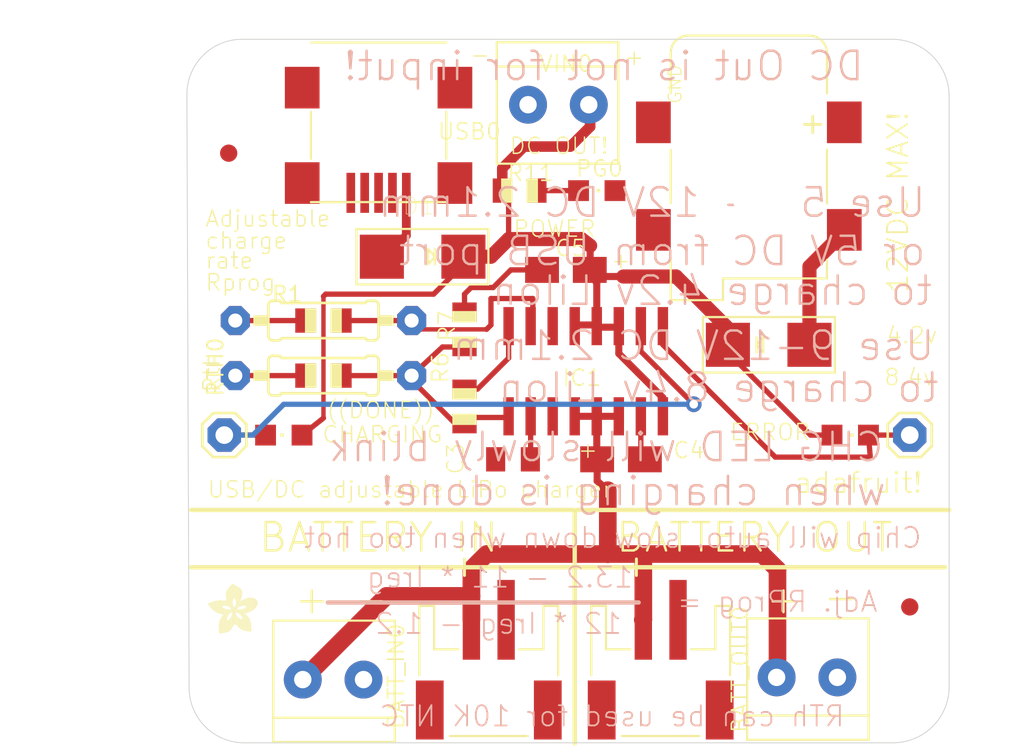
<source format=kicad_pcb>
(kicad_pcb (version 20211014) (generator pcbnew)
  (layers (0 "F.Cu" signal) (1 "In1.Cu" signal) (2 "In2.Cu" signal) (3 "In3.Cu" signal) (4 "In4.Cu" signal) (5 "In5.Cu" signal) (6 "In6.Cu" signal) (7 "In7.Cu" signal) (8 "In8.Cu" signal) (9 "In9.Cu" signal) (10 "In10.Cu" signal) (11 "In11.Cu" signal) (12 "In12.Cu" signal) (13 "In13.Cu" signal) (14 "In14.Cu" signal) (31 "B.Cu" signal) (34 "B.Paste" user) (35 "F.Paste" user) (36 "B.SilkS" user "B.Silkscreen") (37 "F.SilkS" user "F.Silkscreen") (38 "B.Mask" user) (39 "F.Mask" user) (44 "Edge.Cuts" user))
  (net 0 "")
  (net 1 "GND")
  (net 2 "N$17")
  (net 3 "VCC")
  (net 4 "BATT+")
  (net 5 "N$4")
  (net 6 "N$16")
  (net 7 "N$5")
  (net 8 "N$7")
  (net 9 "N$8")
  (net 10 "N$9")
  (net 11 "N$10")
  (net 12 "N$11")
  (footprint "boardEagle:R0805" (layer "F.Cu") (at 142.5371 105.893509 90)
    (fp_text reference "R6" (at 1.27 -1.397 90) (layer "F.SilkS") (effects (font (size 0.922528 0.922528) (thickness 0.093472)) (justify left)))
    (fp_text value "6.19K")
    (pad "1" smd rect (at -1 0 90) (size 1.1 1.4) (layers "F.Cu" "F.Paste" "F.Mask") (net 12 "N$11"))
    (pad "2" smd rect (at 1 0 90) (size 1.1 1.4) (layers "F.Cu" "F.Paste" "F.Mask") (net 11 "N$10"))
  )
  (footprint "boardEagle:0805-THM" (layer "F.Cu") (at 134.4091 104.115509)
    (fp_text reference "RTH0" (at -6.223 1.27 90) (layer "F.SilkS") (effects (font (size 0.9017 0.9017) (thickness 0.1143)) (justify left)))
    (fp_text value "10K @ 25degC")
    (fp_line (start 1 0) (end 5.1 0) (layer "F.Cu") (width 0.3048))
    (fp_line (start -4.5 0) (end -1.1 0) (layer "F.Cu") (width 0.3048))
    (fp_poly (pts (xy -1.6254 0.7) (xy -0.4254 0.7) (xy -0.4254 -0.7) (xy -1.6254 -0.7)) (layer "F.Cu") (width 0) (fill solid))
    (fp_poly (pts (xy 0.4254 0.7) (xy 1.6254 0.7) (xy 1.6254 -0.7) (xy 0.4254 -0.7)) (layer "F.Cu") (width 0) (fill solid))
    (pad "1" thru_hole roundrect (at -5.08 0) (size 1.6764 1.6764) (drill 0.8128) (layers *.Cu *.Mask) (chamfer_ratio 0.2928932188) (chamfer top_left top_right bottom_left bottom_right) (net 1 "GND"))
    (pad "2" thru_hole roundrect (at 5.08 0) (size 1.6764 1.6764) (drill 0.8128) (layers *.Cu *.Mask) (chamfer_ratio 0.2928932188) (chamfer top_left top_right bottom_left bottom_right) (net 12 "N$11"))
  )
  (footprint "boardEagle:3.5MMTERM" (layer "F.Cu") (at 134.9171 121.641509)
    (fp_text reference "IN0" hide)
    (fp_text value "1X2-3.5MM" hide)
    (pad "1" thru_hole circle (at 1.8 0) (size 2.1844 2.1844) (drill 1) (layers *.Cu *.Mask) (net 1 "GND"))
    (pad "2" thru_hole circle (at -1.7 0) (size 2.1844 2.1844) (drill 1) (layers *.Cu *.Mask) (net 4 "BATT+"))
  )
  (footprint "boardEagle:FIDUCIAL_1MM" (layer "F.Cu") (at 168.1911 117.450509 90)
    (fp_text reference "U$3" hide)
    (fp_text value "FIDUCIAL" hide)
    (pad "1" smd roundrect (at 0 0 90) (size 1 1) (layers "F.Cu") (roundrect_rratio 0.5))
  )
  (footprint "boardEagle:JSTPH2" (layer "F.Cu") (at 153.8401 121.895509 180)
    (fp_text reference "BATT_OUT0" (at -4.572 4.572 90) (layer "F.SilkS") (effects (font (size 0.922528 0.922528) (thickness 0.093472)) (justify right)))
    (fp_text value "")
    (fp_text user "-" (at -3.429 6.096 180) (layer "F.SilkS") (effects (font (size 1.251712 1.251712) (thickness 0.170688)) (justify left bottom)))
    (fp_text user "+" (at 2.286 6.096 180) (layer "F.SilkS") (effects (font (size 1.251712 1.251712) (thickness 0.170688)) (justify left bottom)))
    (pad "1" smd rect (at -1 3.7 180) (size 1 4.6) (layers "F.Cu" "F.Paste" "F.Mask") (net 1 "GND"))
    (pad "2" smd rect (at 1 3.7 180) (size 1 4.6) (layers "F.Cu" "F.Paste" "F.Mask") (net 4 "BATT+"))
    (pad "NC1" smd rect (at -3.4 -1.5 270) (size 3.4 1.6) (layers "F.Cu" "F.Paste" "F.Mask"))
    (pad "NC2" smd rect (at 3.4 -1.5 270) (size 3.4 1.6) (layers "F.Cu" "F.Paste" "F.Mask"))
  )
  (footprint "" (layer "F.Cu") (at 129.2021 122.784509)
    (fp_text reference "@HOLE0" hide)
    (fp_text value "" (at 0 0) (layer "F.SilkS") (effects (font (size 1.27 1.27))))
    (pad "" np_thru_hole circle (at 0 0) (size 2.2 2.2) (drill 2.2) (layers *.Cu *.Mask))
  )
  (footprint "boardEagle:R0805" (layer "F.Cu") (at 145.7121 93.447509)
    (fp_text reference "R11" (at -0.762 -1.016) (layer "F.SilkS") (effects (font (size 0.922528 0.922528) (thickness 0.093472)) (justify left)))
    (fp_text value "470")
    (pad "1" smd rect (at -1 0) (size 1.1 1.4) (layers "F.Cu" "F.Paste" "F.Mask") (net 3 "VCC"))
    (pad "2" smd rect (at 1 0) (size 1.1 1.4) (layers "F.Cu" "F.Paste" "F.Mask") (net 6 "N$16"))
  )
  (footprint "boardEagle:3.5MMTERM" (layer "F.Cu") (at 147.9981 88.494509 180)
    (fp_text reference "VIN0" (at 1.222 2.366) (layer "F.SilkS") (effects (font (size 0.922528 0.922528) (thickness 0.093472)) (justify left)))
    (fp_text value "1X2-3.5MM" hide)
    (pad "1" thru_hole circle (at 1.8 0 180) (size 2.1844 2.1844) (drill 1) (layers *.Cu *.Mask) (net 1 "GND"))
    (pad "2" thru_hole circle (at -1.7 0 180) (size 2.1844 2.1844) (drill 1) (layers *.Cu *.Mask) (net 3 "VCC"))
  )
  (footprint "" (layer "F.Cu") (at 167.8101 122.784509)
    (fp_text reference "@HOLE1" hide)
    (fp_text value "" (at 0 0) (layer "F.SilkS") (effects (font (size 1.27 1.27))))
    (pad "" np_thru_hole circle (at 0 0) (size 2.2 2.2) (drill 2.2) (layers *.Cu *.Mask))
  )
  (footprint "boardEagle:A_3216-18R" (layer "F.Cu") (at 148.3791 98.019509)
    (fp_text reference "C5" (at -0.68 -1.254) (layer "F.SilkS") (effects (font (size 0.922528 0.922528) (thickness 0.093472)) (justify left)))
    (fp_text value "10uF")
    (fp_text user "+" (at 2.54 0) (layer "F.SilkS") (effects (font (size 0.93472 0.93472) (thickness 0.08128)) (justify left bottom)))
    (pad "+" smd rect (at 1.375 0) (size 1.95 1.5) (layers "F.Cu" "F.Paste" "F.Mask") (net 3 "VCC"))
    (pad "-" smd rect (at -1.375 0) (size 1.95 1.5) (layers "F.Cu" "F.Paste" "F.Mask") (net 1 "GND"))
  )
  (footprint "boardEagle:3.5MMTERM" (layer "F.Cu") (at 162.2221 121.514509)
    (fp_text reference "OUT0" hide)
    (fp_text value "1X2-3.5MM" hide)
    (pad "1" thru_hole circle (at 1.8 0) (size 2.1844 2.1844) (drill 1) (layers *.Cu *.Mask) (net 1 "GND"))
    (pad "2" thru_hole circle (at -1.7 0) (size 2.1844 2.1844) (drill 1) (layers *.Cu *.Mask) (net 4 "BATT+"))
  )
  (footprint "boardEagle:R0805" (layer "F.Cu") (at 142.5371 101.448509 90)
    (fp_text reference "R7" (at -0.762 -1.016 90) (layer "F.SilkS") (effects (font (size 0.922528 0.922528) (thickness 0.093472)) (justify left)))
    (fp_text value "7.3k")
    (pad "1" smd rect (at -1 0 90) (size 1.1 1.4) (layers "F.Cu" "F.Paste" "F.Mask") (net 12 "N$11"))
    (pad "2" smd rect (at 1 0 90) (size 1.1 1.4) (layers "F.Cu" "F.Paste" "F.Mask") (net 1 "GND"))
  )
  (footprint "boardEagle:USB-MINIB" (layer "F.Cu") (at 137.5841 89.510509 180)
    (fp_text reference "USB0" (at -7.12 -0.524) (layer "F.SilkS") (effects (font (size 0.922528 0.922528) (thickness 0.093472)) (justify right)))
    (fp_text value "MINI-USB")
    (pad "" np_thru_hole circle (at -2.2 -1 180) (size 0.9 0.9) (drill 0.9) (layers *.Cu *.Mask))
    (pad "" np_thru_hole circle (at 2.2 -1 180) (size 0.9 0.9) (drill 0.9) (layers *.Cu *.Mask))
    (pad "D+" smd rect (at 0 -4.064) (size 0.5 2.308) (layers "F.Cu" "F.Paste" "F.Mask"))
    (pad "D-" smd rect (at -0.8 -4.064) (size 0.5 2.308) (layers "F.Cu" "F.Paste" "F.Mask"))
    (pad "GND" smd rect (at 1.6 -4.064) (size 0.5 2.308) (layers "F.Cu" "F.Paste" "F.Mask") (net 1 "GND"))
    (pad "GND1" smd rect (at -4.4 2 180) (size 2 2.4) (layers "F.Cu" "F.Paste" "F.Mask"))
    (pad "GND2" smd rect (at -4.4 -3.5 180) (size 2 2.4) (layers "F.Cu" "F.Paste" "F.Mask"))
    (pad "GND3" smd rect (at 4.4 -3.5 180) (size 2 2.4) (layers "F.Cu" "F.Paste" "F.Mask"))
    (pad "GND4" smd rect (at 4.4 2 180) (size 2 2.4) (layers "F.Cu" "F.Paste" "F.Mask"))
    (pad "ID" smd rect (at 0.8 -4.064) (size 0.5 2.308) (layers "F.Cu" "F.Paste" "F.Mask"))
    (pad "VBUS" smd rect (at -1.6 -4.064) (size 0.5 2.308) (layers "F.Cu" "F.Paste" "F.Mask") (net 5 "N$4"))
  )
  (footprint "boardEagle:SO16" (layer "F.Cu") (at 149.5221 103.861509 180)
    (fp_text reference "IC1" (at 1.397 -0.381) (layer "F.SilkS") (effects (font (size 0.922528 0.922528) (thickness 0.093472)) (justify left)))
    (fp_text value "")
    (pad "1" smd rect (at -4.445 2.6 180) (size 0.6 2.2) (layers "F.Cu" "F.Paste" "F.Mask") (net 9 "N$8"))
    (pad "2" smd rect (at -3.175 2.6 180) (size 0.6 2.2) (layers "F.Cu" "F.Paste" "F.Mask") (net 8 "N$7"))
    (pad "3" smd rect (at -1.905 2.6 180) (size 0.6 2.2) (layers "F.Cu" "F.Paste" "F.Mask") (net 3 "VCC"))
    (pad "4" smd rect (at -0.635 2.6 180) (size 0.6 2.2) (layers "F.Cu" "F.Paste" "F.Mask") (net 3 "VCC"))
    (pad "5" smd rect (at 0.635 2.6 180) (size 0.6 2.2) (layers "F.Cu" "F.Paste" "F.Mask") (net 3 "VCC"))
    (pad "6" smd rect (at 1.905 2.6 180) (size 0.6 2.2) (layers "F.Cu" "F.Paste" "F.Mask") (net 1 "GND"))
    (pad "7" smd rect (at 3.175 2.6 180) (size 0.6 2.2) (layers "F.Cu" "F.Paste" "F.Mask") (net 7 "N$5"))
    (pad "8" smd rect (at 4.445 2.6 180) (size 0.6 2.2) (layers "F.Cu" "F.Paste" "F.Mask") (net 11 "N$10"))
    (pad "9" smd rect (at 4.445 -2.6 180) (size 0.6 2.2) (layers "F.Cu" "F.Paste" "F.Mask") (net 12 "N$11"))
    (pad "10" smd rect (at 3.175 -2.6 180) (size 0.6 2.2) (layers "F.Cu" "F.Paste" "F.Mask") (net 10 "N$9"))
    (pad "11" smd rect (at 1.905 -2.6 180) (size 0.6 2.2) (layers "F.Cu" "F.Paste" "F.Mask") (net 1 "GND"))
    (pad "12" smd rect (at 0.635 -2.6 180) (size 0.6 2.2) (layers "F.Cu" "F.Paste" "F.Mask") (net 4 "BATT+"))
    (pad "13" smd rect (at -0.635 -2.6 180) (size 0.6 2.2) (layers "F.Cu" "F.Paste" "F.Mask") (net 4 "BATT+"))
    (pad "14" smd rect (at -1.905 -2.6 180) (size 0.6 2.2) (layers "F.Cu" "F.Paste" "F.Mask") (net 4 "BATT+"))
    (pad "15" smd rect (at -3.175 -2.6 180) (size 0.6 2.2) (layers "F.Cu" "F.Paste" "F.Mask") (net 1 "GND"))
    (pad "16" smd rect (at -4.445 -2.6 180) (size 0.6 2.2) (layers "F.Cu" "F.Paste" "F.Mask") (net 3 "VCC"))
  )
  (footprint "" (layer "F.Cu") (at 167.6831 87.224509)
    (fp_text reference "@HOLE3" hide)
    (fp_text value "" (at 0 0) (layer "F.SilkS") (effects (font (size 1.27 1.27))))
    (pad "" np_thru_hole circle (at 0 0) (size 2.2 2.2) (drill 2.2) (layers *.Cu *.Mask))
  )
  (footprint "boardEagle:DCJACK_2MM_SMT" (layer "F.Cu") (at 158.9201 89.510509 -90)
    (fp_text reference "U$1" hide)
    (fp_text value "2.1MMJACKSMT" hide)
    (fp_text user "GND" (at -1.016 3.81 -90) (layer "F.SilkS") (effects (font (size 0.747776 0.747776) (thickness 0.065024)) (justify left bottom)))
    (fp_text user "+" (at 0.762 -2.794) (layer "F.SilkS") (effects (font (size 1.251712 1.251712) (thickness 0.170688)) (justify left bottom)))
    (pad "" np_thru_hole circle (at 4.5 0 270) (size 1.8 1.8) (drill 1.8) (layers *.Cu *.Mask))
    (pad "" np_thru_hole circle (at 0 0 270) (size 1.6 1.6) (drill 1.6) (layers *.Cu *.Mask))
    (pad "GND" smd rect (at 0 5.5 270) (size 2.4 2) (layers "F.Cu" "F.Paste" "F.Mask") (net 1 "GND"))
    (pad "GNDBREAK" smd rect (at 6.2 5.5 270) (size 2.4 2) (layers "F.Cu" "F.Paste" "F.Mask") (net 1 "GND"))
    (pad "PWR1" smd rect (at 0 -5.5 270) (size 2.4 2) (layers "F.Cu" "F.Paste" "F.Mask"))
    (pad "PWR2" smd rect (at 6.2 -5.5 270) (size 2.4 2) (layers "F.Cu" "F.Paste" "F.Mask") (net 2 "N$17"))
  )
  (footprint "boardEagle:SMADIODE" (layer "F.Cu") (at 160.0631 102.337509)
    (fp_text reference "D2" hide)
    (fp_text value "B120")
    (pad "A" smd rect (at 2.3495 0 180) (size 2.54 2.54) (layers "F.Cu" "F.Paste" "F.Mask") (net 2 "N$17"))
    (pad "C" smd rect (at -2.3495 0) (size 2.54 2.54) (layers "F.Cu" "F.Paste" "F.Mask") (net 3 "VCC"))
  )
  (footprint "boardEagle:C0805K" (layer "F.Cu") (at 145.3311 108.941509 180)
    (fp_text reference "C3" (at 3.316 1 90) (layer "F.SilkS") (effects (font (size 0.941222 0.941222) (thickness 0.074778)) (justify right)))
    (fp_text value "0.47uF")
    (pad "1" smd rect (at -1 0 180) (size 1.1 1.4) (layers "F.Cu" "F.Paste" "F.Mask") (net 10 "N$9"))
    (pad "2" smd rect (at 1 0 180) (size 1.1 1.4) (layers "F.Cu" "F.Paste" "F.Mask") (net 1 "GND"))
  )
  (footprint "boardEagle:CHIPLED_0805" (layer "F.Cu") (at 164.7621 107.544509 -90)
    (fp_text reference "ERR0" hide)
    (fp_text value "RED")
    (pad "A" smd rect (at 0 1.05 270) (size 1.2 1.2) (layers "F.Cu" "F.Paste" "F.Mask") (net 3 "VCC"))
    (pad "C" smd rect (at 0 -1.05 270) (size 1.2 1.2) (layers "F.Cu" "F.Paste" "F.Mask") (net 9 "N$8"))
  )
  (footprint "boardEagle:A_3216-18R" (layer "F.Cu") (at 151.5541 108.941509 180)
    (fp_text reference "C4" (at -4.871 0.524) (layer "F.SilkS") (effects (font (size 0.922528 0.922528) (thickness 0.093472)) (justify right)))
    (fp_text value "10uF")
    (fp_text user "+" (at 2.54 0 180) (layer "F.SilkS") (effects (font (size 0.93472 0.93472) (thickness 0.08128)) (justify left bottom)))
    (pad "+" smd rect (at 1.375 0 180) (size 1.95 1.5) (layers "F.Cu" "F.Paste" "F.Mask") (net 4 "BATT+"))
    (pad "-" smd rect (at -1.375 0 180) (size 1.95 1.5) (layers "F.Cu" "F.Paste" "F.Mask") (net 1 "GND"))
  )
  (footprint "boardEagle:1X01" (layer "F.Cu") (at 168.1911 107.544509)
    (fp_text reference "STAT4" hide)
    (fp_text value "")
    (pad "1" thru_hole roundrect (at 0 0) (size 1.9304 1.9304) (drill 1.016) (layers *.Cu *.Mask) (chamfer_ratio 0.2928932188) (chamfer top_left top_right bottom_left bottom_right) (net 9 "N$8"))
  )
  (footprint "boardEagle:1X01" (layer "F.Cu") (at 128.6941 107.544509)
    (fp_text reference "STAT3" hide)
    (fp_text value "")
    (pad "1" thru_hole roundrect (at 0 0) (size 1.9304 1.9304) (drill 1.016) (layers *.Cu *.Mask) (chamfer_ratio 0.2928932188) (chamfer top_left top_right bottom_left bottom_right) (net 8 "N$7"))
  )
  (footprint "boardEagle:0805-THM" (layer "F.Cu") (at 134.4091 100.940509)
    (fp_text reference "R1" (at -3.048 -1.524) (layer "F.SilkS") (effects (font (size 0.9017 0.9017) (thickness 0.1143)) (justify left)))
    (fp_text value "adj")
    (fp_line (start -4.5 0) (end -1.1 0) (layer "F.Cu") (width 0.3048))
    (fp_line (start 1 0) (end 5.1 0) (layer "F.Cu") (width 0.3048))
    (fp_poly (pts (xy 0.4254 0.7) (xy 1.6254 0.7) (xy 1.6254 -0.7) (xy 0.4254 -0.7)) (layer "F.Cu") (width 0) (fill solid))
    (fp_poly (pts (xy -1.6254 0.7) (xy -0.4254 0.7) (xy -0.4254 -0.7) (xy -1.6254 -0.7)) (layer "F.Cu") (width 0) (fill solid))
    (pad "1" thru_hole roundrect (at -5.08 0) (size 1.6764 1.6764) (drill 0.8128) (layers *.Cu *.Mask) (chamfer_ratio 0.2928932188) (chamfer top_left top_right bottom_left bottom_right) (net 1 "GND"))
    (pad "2" thru_hole roundrect (at 5.08 0) (size 1.6764 1.6764) (drill 0.8128) (layers *.Cu *.Mask) (chamfer_ratio 0.2928932188) (chamfer top_left top_right bottom_left bottom_right) (net 7 "N$5"))
  )
  (footprint "boardEagle:ADAFRUIT200MIL" (layer "F.Cu") (at 129.0751 117.577509)
    (fp_text reference "U$2" hide)
    (fp_text value "" hide)
  )
  (footprint "boardEagle:FIDUCIAL_1MM" (layer "F.Cu") (at 128.9481 91.288509 90)
    (fp_text reference "U$4" hide)
    (fp_text value "FIDUCIAL" hide)
    (pad "1" smd roundrect (at 0 0 90) (size 1 1) (layers "F.Cu") (roundrect_rratio 0.5))
  )
  (footprint "boardEagle:SMADIODE" (layer "F.Cu") (at 140.1241 97.257509 180)
    (fp_text reference "D1" (at -0.762 2.921) (layer "F.SilkS") (effects (font (size 0.986089 0.986089) (thickness 0.029911)) (justify right)))
    (fp_text value "B120")
    (pad "A" smd rect (at 2.3495 0) (size 2.54 2.54) (layers "F.Cu" "F.Paste" "F.Mask") (net 5 "N$4"))
    (pad "C" smd rect (at -2.3495 0 180) (size 2.54 2.54) (layers "F.Cu" "F.Paste" "F.Mask") (net 3 "VCC"))
  )
  (footprint "" (layer "F.Cu") (at 129.0751 87.224509)
    (fp_text reference "@HOLE2" hide)
    (fp_text value "" (at 0 0) (layer "F.SilkS") (effects (font (size 1.27 1.27))))
    (pad "" np_thru_hole circle (at 0 0) (size 2.2 2.2) (drill 2.2) (layers *.Cu *.Mask))
  )
  (footprint "boardEagle:CHIPLED_0805" (layer "F.Cu") (at 150.1571 93.447509 -90)
    (fp_text reference "PG0" (at -1.27 1.27) (layer "F.SilkS") (effects (font (size 0.922528 0.922528) (thickness 0.093472)) (justify left)))
    (fp_text value "GREEN")
    (pad "A" smd rect (at 0 1.05 270) (size 1.2 1.2) (layers "F.Cu" "F.Paste" "F.Mask") (net 6 "N$16"))
    (pad "C" smd rect (at 0 -1.05 270) (size 1.2 1.2) (layers "F.Cu" "F.Paste" "F.Mask") (net 1 "GND"))
  )
  (footprint "boardEagle:JSTPH2" (layer "F.Cu") (at 143.9341 121.895509 180)
    (fp_text reference "BATT_IN0" (at 5.334 3.556 90) (layer "F.SilkS") (effects (font (size 0.922528 0.922528) (thickness 0.093472)) (justify right)))
    (fp_text value "")
    (fp_text user "-" (at -3.429 6.096 180) (layer "F.SilkS") (effects (font (size 1.251712 1.251712) (thickness 0.170688)) (justify left bottom)))
    (fp_text user "+" (at 2.286 6.096 180) (layer "F.SilkS") (effects (font (size 1.251712 1.251712) (thickness 0.170688)) (justify left bottom)))
    (pad "1" smd rect (at -1 3.7 180) (size 1 4.6) (layers "F.Cu" "F.Paste" "F.Mask") (net 1 "GND"))
    (pad "2" smd rect (at 1 3.7 180) (size 1 4.6) (layers "F.Cu" "F.Paste" "F.Mask") (net 4 "BATT+"))
    (pad "NC1" smd rect (at -3.4 -1.5 270) (size 3.4 1.6) (layers "F.Cu" "F.Paste" "F.Mask"))
    (pad "NC2" smd rect (at 3.4 -1.5 270) (size 3.4 1.6) (layers "F.Cu" "F.Paste" "F.Mask"))
  )
  (footprint "boardEagle:CHIPLED_0805" (layer "F.Cu") (at 132.1231 107.544509 90)
    (fp_text reference "CHG0" hide)
    (fp_text value "ORANGE")
    (pad "A" smd rect (at 0 1.05 90) (size 1.2 1.2) (layers "F.Cu" "F.Paste" "F.Mask") (net 3 "VCC"))
    (pad "C" smd rect (at 0 -1.05 90) (size 1.2 1.2) (layers "F.Cu" "F.Paste" "F.Mask") (net 8 "N$7"))
  )
  (gr_line (start 134.6631 117.196509) (end 152.5701 117.196509) (layer "B.SilkS") (width 0.254))
  (gr_line (start 148.8871 115.164509) (end 126.7891 115.164509) (layer "F.SilkS") (width 0.254))
  (gr_line (start 126.7891 111.862509) (end 148.8871 111.862509) (layer "F.SilkS") (width 0.254))
  (gr_line (start 148.8871 115.164509) (end 148.8871 111.862509) (layer "F.SilkS") (width 0.254))
  (gr_line (start 148.8871 115.164509) (end 170.2231 115.164509) (layer "F.SilkS") (width 0.254))
  (gr_line (start 148.8871 125.324509) (end 148.8871 115.164509) (layer "F.SilkS") (width 0.254))
  (gr_line (start 148.8871 111.862509) (end 170.4771 111.862509) (layer "F.SilkS") (width 0.254))
  (gr_line (start 126.5401 87.897509) (end 126.6671 122.111509) (layer "Edge.Cuts") (width 0.05))
  (gr_line (start 129.8421 125.286509) (end 167.1601 125.286509) (layer "Edge.Cuts") (width 0.05))
  (gr_arc (start 126.5401 87.897509) (mid 127.470036 85.652445) (end 129.7151 84.722509) (layer "Edge.Cuts") (width 0.05))
  (gr_arc (start 167.0331 84.722509) (mid 169.405164 85.59984) (end 170.4621 87.897509) (layer "Edge.Cuts") (width 0.05))
  (gr_line (start 167.0331 84.722509) (end 129.7151 84.722509) (layer "Edge.Cuts") (width 0.05))
  (gr_arc (start 129.8421 125.286509) (mid 127.597036 124.356573) (end 126.6671 122.111509) (layer "Edge.Cuts") (width 0.05))
  (gr_arc (start 170.4621 122.111509) (mid 169.468664 124.382876) (end 167.1601 125.286509) (layer "Edge.Cuts") (width 0.05))
  (gr_line (start 170.4621 122.111509) (end 170.4621 87.897509) (layer "Edge.Cuts") (width 0.05))
  (gr_text "Chip will auto. slow down when too hot" (at 168.9531 114.148509) (layer "B.SilkS") (effects (font (size 1.1684 1.1684) (thickness 0.1016)) (justify left bottom mirror)))
  (gr_text "to charge 4.2v LiIon" (at 169.5881 100.178509) (layer "B.SilkS") (effects (font (size 1.63576 1.63576) (thickness 0.14224)) (justify left bottom mirror)))
  (gr_text "when charging is done!" (at 166.9211 111.735509) (layer "B.SilkS") (effects (font (size 1.63576 1.63576) (thickness 0.14224)) (justify left bottom mirror)))
  (gr_text "to charge 8.4v LiIon" (at 169.9691 105.766509) (layer "B.SilkS") (effects (font (size 1.63576 1.63576) (thickness 0.14224)) (justify left bottom mirror)))
  (gr_text "Use 9-12V DC 2.1mm" (at 169.7151 103.353509) (layer "B.SilkS") (effects (font (size 1.63576 1.63576) (thickness 0.14224)) (justify left bottom mirror)))
  (gr_text "Adj. RProg =" (at 166.4131 117.831509) (layer "B.SilkS") (effects (font (size 1.1684 1.1684) (thickness 0.1016)) (justify left bottom mirror)))
  (gr_text "13.2 - 11 * Ireg" (at 152.3161 116.434509) (layer "B.SilkS") (effects (font (size 1.1684 1.1684) (thickness 0.1016)) (justify left bottom mirror)))
  (gr_text "DC Out is not for input!" (at 165.6511 87.224509) (layer "B.SilkS") (effects (font (size 1.63576 1.63576) (thickness 0.14224)) (justify left bottom mirror)))
  (gr_text "CHG LED will slowly blink" (at 166.7941 109.195509) (layer "B.SilkS") (effects (font (size 1.63576 1.63576) (thickness 0.14224)) (justify left bottom mirror)))
  (gr_text "12 * Ireg - 1.2" (at 151.6811 119.101509) (layer "B.SilkS") (effects (font (size 1.1684 1.1684) (thickness 0.1016)) (justify left bottom mirror)))
  (gr_text "RTh can be used for 10K NTC" (at 164.5081 124.435509) (layer "B.SilkS") (effects (font (size 1.1684 1.1684) (thickness 0.1016)) (justify left bottom mirror)))
  (gr_text "Use 5  - 12V DC 2.1mm" (at 169.2071 95.098509) (layer "B.SilkS") (effects (font (size 1.63576 1.63576) (thickness 0.14224)) (justify left bottom mirror)))
  (gr_text "or 5V DC from USB port" (at 169.2071 97.892509) (layer "B.SilkS") (effects (font (size 1.63576 1.63576) (thickness 0.14224)) (justify left bottom mirror)))
  (gr_text "Rprog" (at 127.5511 99.289509) (layer "F.SilkS") (effects (font (size 0.93472 0.93472) (thickness 0.08128)) (justify left bottom)))
  (gr_text "BATTERY OUT" (at 151.1731 114.402509) (layer "F.SilkS") (effects (font (size 1.63576 1.63576) (thickness 0.14224)) (justify left bottom)))
  (gr_text "ERROR" (at 157.7771 107.925509) (layer "F.SilkS") (effects (font (size 0.93472 0.93472) (thickness 0.08128)) (justify left bottom)))
  (gr_text "12VDC MAX!" (at 168.1911 99.416509 90) (layer "F.SilkS") (effects (font (size 1.1684 1.1684) (thickness 0.1016)) (justify left bottom)))
  (gr_text "-" (at 163.1111 117.831509) (layer "F.SilkS") (effects (font (size 1.63576 1.63576) (thickness 0.14224)) (justify left bottom)))
  (gr_text "Rth" (at 127.4241 102.718509 90) (layer "F.SilkS") (effects (font (size 0.93472 0.93472) (thickness 0.08128)) (justify right top)))
  (gr_text "Adjustable" (at 127.5511 95.606509) (layer "F.SilkS") (effects (font (size 0.93472 0.93472) (thickness 0.08128)) (justify left bottom)))
  (gr_text "+" (at 152.9511 85.192509) (layer "F.SilkS") (effects (font (size 0.93472 0.93472) (thickness 0.08128)) (justify right top)))
  (gr_text "-" (at 136.0601 117.958509) (layer "F.SilkS") (effects (font (size 1.63576 1.63576) (thickness 0.14224)) (justify left bottom)))
  (gr_text "POWER" (at 150.1571 95.098509) (layer "F.SilkS") (effects (font (size 0.93472 0.93472) (thickness 0.08128)) (justify right top)))
  (gr_text "rate" (at 127.5511 98.019509) (layer "F.SilkS") (effects (font (size 0.93472 0.93472) (thickness 0.08128)) (justify left bottom)))
  (gr_text "charge" (at 127.5511 96.876509) (layer "F.SilkS") (effects (font (size 0.93472 0.93472) (thickness 0.08128)) (justify left bottom)))
  (gr_text "+" (at 159.8091 117.958509) (layer "F.SilkS") (effects (font (size 1.63576 1.63576) (thickness 0.14224)) (justify left bottom)))
  (gr_text "adafruit!" (at 161.4601 110.973509) (layer "F.SilkS") (effects (font (size 1.1684 1.1684) (thickness 0.1016)) (justify left bottom)))
  (gr_text "+" (at 132.6311 117.958509) (layer "F.SilkS") (effects (font (size 1.63576 1.63576) (thickness 0.14224)) (justify left bottom)))
  (gr_text "-" (at 144.0611 85.065509) (layer "F.SilkS") (effects (font (size 0.93472 0.93472) (thickness 0.08128)) (justify right top)))
  (gr_text "BATTERY IN" (at 130.5991 114.402509) (layer "F.SilkS") (effects (font (size 1.63576 1.63576) (thickness 0.14224)) (justify left bottom)))
  (gr_text "USB/DC adjustable LiPo charger" (at 127.6781 111.227509) (layer "F.SilkS") (effects (font (size 0.93472 0.93472) (thickness 0.08128)) (justify left bottom)))
  (gr_text "((DONE))" (at 134.5361 106.655509) (layer "F.SilkS") (effects (font (size 0.93472 0.93472) (thickness 0.08128)) (justify left bottom)))
  (gr_text "CHARGING" (at 134.2821 108.052509) (layer "F.SilkS") (effects (font (size 0.93472 0.93472) (thickness 0.08128)) (justify left bottom)))
  (gr_text "4.2v" (at 166.7941 102.337509) (layer "F.SilkS") (effects (font (size 0.93472 0.93472) (thickness 0.08128)) (justify left bottom)))
  (gr_text "DC OUT!" (at 145.0771 91.415509) (layer "F.SilkS") (effects (font (size 0.93472 0.93472) (thickness 0.08128)) (justify left bottom)))
  (gr_text "8.4v" (at 166.6671 104.750509) (layer "F.SilkS") (effects (font (size 0.93472 0.93472) (thickness 0.08128)) (justify left bottom)))
  (segment (start 142.9181 99.035509) (end 144.1881 99.035509) (width 0.3048) (layer "F.Cu") (net 1))
  (segment (start 144.1881 99.035509) (end 145.2041 98.019509) (width 0.3048) (layer "F.Cu") (net 1))
  (segment (start 145.2041 98.019509) (end 147.0041 98.019509) (width 0.3048) (layer "F.Cu") (net 1))
  (segment (start 152.6971 108.836509) (end 152.6971 106.461509) (width 0.3048) (layer "F.Cu") (net 1))
  (segment (start 142.5371 99.416509) (end 142.9181 99.035509) (width 0.3048) (layer "F.Cu") (net 1))
  (segment (start 142.5371 100.448509) (end 142.5371 99.416509) (width 0.3048) (layer "F.Cu") (net 1))
  (segment (start 152.9291 108.941509) (end 152.6971 108.836509) (width 0.3048) (layer "F.Cu") (net 1))
  (segment (start 162.4126 97.829009) (end 164.4201 95.821509) (width 0.8128) (layer "F.Cu") (net 2))
  (segment (start 162.4126 102.337509) (end 162.4126 97.829009) (width 0.8128) (layer "F.Cu") (net 2))
  (segment (start 164.4201 95.821509) (end 164.4201 95.710509) (width 0.8128) (layer "F.Cu") (net 2))
  (segment (start 145.0771 96.241509) (end 149.2681 96.241509) (width 0.8128) (layer "F.Cu") (net 3))
  (segment (start 157.7136 101.385009) (end 157.7136 102.337509) (width 0.8128) (layer "F.Cu") (net 3))
  (segment (start 133.1731 107.544509) (end 134.4091 106.562509) (width 0.3048) (layer "F.Cu") (net 3))
  (segment (start 149.7541 98.019509) (end 150.1571 98.803509) (width 0.4064) (layer "F.Cu") (net 3))
  (segment (start 134.5361 99.416509) (end 140.7591 99.416509) (width 0.3048) (layer "F.Cu") (net 3))
  (segment (start 149.7761 88.621509) (end 149.6981 88.543509) (width 0.6096) (layer "F.Cu") (net 3))
  (segment (start 150.1571 101.261509) (end 150.0901 101.194509) (width 0.4064) (layer "F.Cu") (net 3))
  (segment (start 151.4271 101.261509) (end 151.4271 101.194509) (width 0.4064) (layer "F.Cu") (net 3))
  (segment (start 148.9541 101.194509) (end 148.8871 101.261509) (width 0.4064) (layer "F.Cu") (net 3))
  (segment (start 157.7136 102.337509) (end 157.5231 102.337509) (width 0.3048) (layer "F.Cu") (net 3))
  (segment (start 151.4271 101.261509) (end 151.4271 102.845509) (width 0.4064) (layer "F.Cu") (net 3))
  (segment (start 145.0771 96.241509) (end 145.0771 93.812509) (width 0.3048) (layer "F.Cu") (net 3))
  (segment (start 140.7591 99.416509) (end 142.2831 97.892509) (width 0.3048) (layer "F.Cu") (net 3))
  (segment (start 149.2681 96.241509) (end 149.7761 96.622509) (width 0.8128) (layer "F.Cu") (net 3))
  (segment (start 149.6491 98.400509) (end 151.6811 98.400509) (width 0.4064) (layer "F.Cu") (net 3))
  (segment (start 145.9661 90.907509) (end 148.6331 90.907509) (width 0.6096) (layer "F.Cu") (net 3))
  (segment (start 157.5231 102.337509) (end 157.3961 102.464509) (width 0.3048) (layer "F.Cu") (net 3))
  (segment (start 148.6331 90.907509) (end 149.7761 89.764509) (width 0.6096) (layer "F.Cu") (net 3))
  (segment (start 142.2831 97.892509) (end 142.2831 97.384509) (width 0.3048) (layer "F.Cu") (net 3))
  (segment (start 149.7761 98.019509) (end 149.6491 98.400509) (width 0.4064) (layer "F.Cu") (net 3))
  (segment (start 149.7761 98.019509) (end 149.7541 98.019509) (width 0.4064) (layer "F.Cu") (net 3))
  (segment (start 145.0771 93.812509) (end 144.7121 93.447509) (width 0.3048) (layer "F.Cu") (net 3))
  (segment (start 134.4091 99.543509) (end 134.5361 99.416509) (width 0.3048) (layer "F.Cu") (net 3))
  (segment (start 153.9671 105.385509) (end 153.9671 106.461509) (width 0.4064) (layer "F.Cu") (net 3))
  (segment (start 144.0611 97.257509) (end 145.0771 96.241509) (width 0.8128) (layer "F.Cu") (net 3))
  (segment (start 142.2831 97.384509) (end 142.3466 97.384509) (width 0.3048) (layer "F.Cu") (net 3))
  (segment (start 144.7121 93.447509) (end 144.7121 92.161509) (width 0.6096) (layer "F.Cu") (net 3))
  (segment (start 150.0901 101.194509) (end 148.9541 101.194509) (width 0.4064) (layer "F.Cu") (net 3))
  (segment (start 149.7761 89.764509) (end 149.7761 88.621509) (width 0.6096) (layer "F.Cu") (net 3))
  (segment (start 150.1571 101.261509) (end 150.2171 101.321509) (width 0.4064) (layer "F.Cu") (net 3))
  (segment (start 150.1571 98.803509) (end 150.1571 101.261509) (width 0.4064) (layer "F.Cu") (net 3))
  (segment (start 149.7761 96.622509) (end 149.7761 98.019509) (width 0.4064) (layer "F.Cu") (net 3))
  (segment (start 151.4271 102.845509) (end 153.9671 105.385509) (width 0.4064) (layer "F.Cu") (net 3))
  (segment (start 154.7291 98.400509) (end 157.7136 101.385009) (width 0.8128) (layer "F.Cu") (net 3))
  (segment (start 144.7121 92.161509) (end 145.9661 90.907509) (width 0.6096) (layer "F.Cu") (net 3))
  (segment (start 151.6811 98.400509) (end 154.7291 98.400509) (width 0.8128) (layer "F.Cu") (net 3))
  (segment (start 151.3671 101.321509) (end 151.4271 101.261509) (width 0.4064) (layer "F.Cu") (net 3))
  (segment (start 142.4736 97.257509) (end 144.0611 97.257509) (width 0.8128) (layer "F.Cu") (net 3))
  (segment (start 162.4761 107.544509) (end 163.7121 107.544509) (width 0.3048) (layer "F.Cu") (net 3))
  (segment (start 134.4091 106.562509) (end 134.4091 99.543509) (width 0.254) (layer "F.Cu") (net 3))
  (segment (start 150.2171 101.321509) (end 151.3671 101.321509) (width 0.4064) (layer "F.Cu") (net 3))
  (segment (start 142.3466 97.384509) (end 142.4736 97.257509) (width 0.3048) (layer "F.Cu") (net 3))
  (segment (start 157.3961 102.464509) (end 162.4761 107.544509) (width 0.3048) (layer "F.Cu") (net 3))
  (segment (start 149.6981 88.543509) (end 149.6981 88.494509) (width 0.6096) (layer "F.Cu") (net 3))
  (segment (start 150.1791 110.189509) (end 150.1791 108.941509) (width 0.4064) (layer "F.Cu") (net 4))
  (segment (start 150.1791 108.941509) (end 150.7921 109.068509) (width 0.4064) (layer "F.Cu") (net 4))
  (segment (start 150.7921 110.719509) (end 150.1791 110.189509) (width 0.4064) (layer "F.Cu") (net 4))
  (segment (start 150.1571 106.461509) (end 148.8871 106.461509) (width 0.4064) (layer "F.Cu") (net 4))
  (segment (start 150.7921 114.402509) (end 150.7921 110.719509) (width 1.016) (layer "F.Cu") (net 4))
  (segment (start 143.8071 114.402509) (end 150.7921 114.402509) (width 1.016) (layer "F.Cu") (net 4))
  (segment (start 150.7921 109.068509) (end 150.1571 108.433509) (width 0.4064) (layer "F.Cu") (net 4))
  (segment (start 152.8401 118.195509) (end 152.8071 118.195509) (width 1.016) (layer "F.Cu") (net 4))
  (segment (start 150.7921 114.402509) (end 152.9511 114.402509) (width 1.016) (layer "F.Cu") (net 4))
  (segment (start 142.9341 116.815509) (end 142.9341 115.275509) (width 1.016) (layer "F.Cu") (net 4))
  (segment (start 150.1571 108.433509) (end 150.1571 106.461509) (width 0.4064) (layer "F.Cu") (net 4))
  (segment (start 152.9511 114.402509) (end 159.6821 114.402509) (width 1.016) (layer "F.Cu") (net 4))
  (segment (start 152.8401 114.402509) (end 152.8401 118.195509) (width 1.016) (layer "F.Cu") (net 4))
  (segment (start 150.1571 106.461509) (end 151.4271 106.461509) (width 0.4064) (layer "F.Cu") (net 4))
  (segment (start 148.8871 106.461509) (end 148.8871 106.274509) (width 0.4064) (layer "F.Cu") (net 4))
  (segment (start 142.9341 115.275509) (end 143.8071 114.402509) (width 1.016) (layer "F.Cu") (net 4))
  (segment (start 160.5711 115.291509) (end 160.5711 121.465509) (width 1.016) (layer "F.Cu") (net 4))
  (segment (start 133.2171 121.641509) (end 138.0431 116.815509) (width 1.016) (layer "F.Cu") (net 4))
  (segment (start 152.9511 114.402509) (end 152.8401 114.402509) (width 1.016) (layer "F.Cu") (net 4))
  (segment (start 159.6821 114.402509) (end 160.5711 115.291509) (width 1.016) (layer "F.Cu") (net 4))
  (segment (start 142.9341 116.815509) (end 142.9341 118.195509) (width 1.016) (layer "F.Cu") (net 4))
  (segment (start 138.0431 116.815509) (end 142.9341 116.815509) (width 1.016) (layer "F.Cu") (net 4))
  (segment (start 160.5711 121.465509) (end 160.5221 121.514509) (width 1.016) (layer "F.Cu") (net 4))
  (segment (start 137.7746 97.257509) (end 137.7746 97.321009) (width 0.508) (layer "F.Cu") (net 5))
  (segment (start 137.7746 97.321009) (end 137.8381 97.384509) (width 0.508) (layer "F.Cu") (net 5))
  (segment (start 137.8381 97.384509) (end 139.1841 96.038509) (width 0.508) (layer "F.Cu") (net 5))
  (segment (start 139.1841 96.038509) (end 139.1841 93.574509) (width 0.508) (layer "F.Cu") (net 5))
  (segment (start 146.7121 93.447509) (end 149.1071 93.447509) (width 0.3048) (layer "F.Cu") (net 6))
  (segment (start 149.1071 93.447509) (end 149.1411 93.447509) (width 0.3048) (layer "F.Cu") (net 6))
  (segment (start 139.9971 101.448509) (end 143.8071 101.448509) (width 0.254) (layer "F.Cu") (net 7))
  (segment (start 144.0611 101.194509) (end 144.0611 99.670509) (width 0.3048) (layer "F.Cu") (net 7))
  (segment (start 144.0611 99.670509) (end 146.4741 99.670509) (width 0.3048) (layer "F.Cu") (net 7))
  (segment (start 143.8071 101.448509) (end 144.0611 101.194509) (width 0.3048) (layer "F.Cu") (net 7))
  (segment (start 139.4891 100.940509) (end 139.9971 101.448509) (width 0.3048) (layer "F.Cu") (net 7))
  (segment (start 146.4741 99.670509) (end 146.4741 101.134509) (width 0.3048) (layer "F.Cu") (net 7))
  (segment (start 146.4741 101.134509) (end 146.3471 101.261509) (width 0.3048) (layer "F.Cu") (net 7))
  (segment (start 128.6941 107.544509) (end 131.0731 107.544509) (width 0.3048) (layer "F.Cu") (net 8))
  (segment (start 152.6971 102.718509) (end 152.6971 101.261509) (width 0.3048) (layer "F.Cu") (net 8))
  (segment (start 155.7451 105.766509) (end 152.6971 102.718509) (width 0.3048) (layer "F.Cu") (net 8))
  (via (at 155.7451 105.766509) (size 0.9064) (drill 0.5) (layers "F.Cu" "B.Cu") (net 8))
  (segment (start 132.1231 105.766509) (end 155.7451 105.766509) (width 0.3048) (layer "B.Cu") (net 8))
  (segment (start 130.3451 107.544509) (end 132.1231 105.766509) (width 0.3048) (layer "B.Cu") (net 8))
  (segment (start 128.6941 107.544509) (end 130.3451 107.544509) (width 0.3048) (layer "B.Cu") (net 8))
  (segment (start 165.8121 107.544509) (end 168.1911 107.544509) (width 0.3048) (layer "F.Cu") (net 9))
  (segment (start 165.9051 108.814509) (end 165.9051 108.687509) (width 0.3048) (layer "F.Cu") (net 9))
  (segment (start 160.4441 108.814509) (end 165.9051 108.814509) (width 0.3048) (layer "F.Cu") (net 9))
  (segment (start 165.9051 108.687509) (end 165.8121 107.544509) (width 0.3048) (layer "F.Cu") (net 9))
  (segment (start 153.9671 102.337509) (end 160.4441 108.814509) (width 0.3048) (layer "F.Cu") (net 9))
  (segment (start 153.9671 101.261509) (end 153.9671 102.337509) (width 0.3048) (layer "F.Cu") (net 9))
  (segment (start 146.3311 108.941509) (end 146.3471 108.449509) (width 0.3048) (layer "F.Cu") (net 10))
  (segment (start 146.3471 106.461509) (end 146.3471 106.401509) (width 0.3048) (layer "F.Cu") (net 10))
  (segment (start 146.3471 108.449509) (end 146.3471 106.461509) (width 0.3048) (layer "F.Cu") (net 10))
  (segment (start 145.0771 103.099509) (end 145.0771 101.261509) (width 0.3048) (layer "F.Cu") (net 11))
  (segment (start 142.5371 104.893509) (end 143.2831 104.893509) (width 0.3048) (layer "F.Cu") (net 11))
  (segment (start 143.2831 104.893509) (end 145.0771 103.099509) (width 0.3048) (layer "F.Cu") (net 11))
  (segment (start 142.9021 106.528509) (end 145.0771 106.528509) (width 0.3048) (layer "F.Cu") (net 12))
  (segment (start 142.0131 106.893509) (end 142.5371 106.893509) (width 0.3048) (layer "F.Cu") (net 12))
  (segment (start 139.3621 104.242509) (end 142.0131 106.893509) (width 0.3048) (layer "F.Cu") (net 12))
  (segment (start 142.5371 106.893509) (end 142.9021 106.528509) (width 0.3048) (layer "F.Cu") (net 12))
  (segment (start 142.5211 102.464509) (end 142.5371 102.448509) (width 0.3048) (layer "F.Cu") (net 12))
  (segment (start 141.2671 102.464509) (end 142.5211 102.464509) (width 0.3048) (layer "F.Cu") (net 12))
  (segment (start 139.4891 104.115509) (end 141.2671 102.464509) (width 0.3048) (layer "F.Cu") (net 12))
  (segment (start 139.4891 104.115509) (end 139.3621 104.242509) (width 0.3048) (layer "F.Cu") (net 12))
  (segment (start 145.0771 106.528509) (end 145.0771 106.461509) (width 0.3048) (layer "F.Cu") (net 12))
)
</source>
